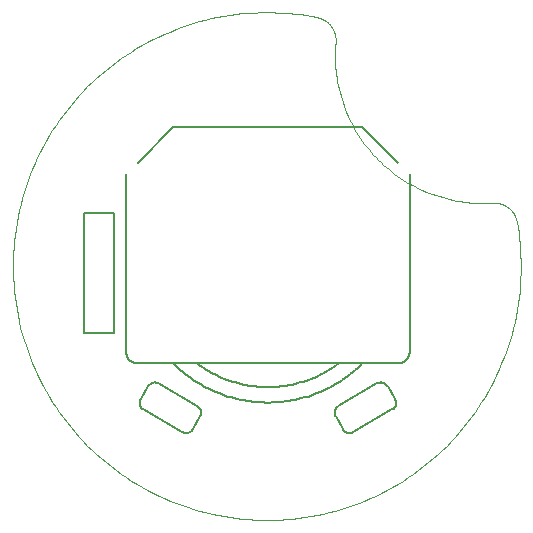
<source format=gbo>
G75*
%MOIN*%
%OFA0B0*%
%FSLAX25Y25*%
%IPPOS*%
%LPD*%
%AMOC8*
5,1,8,0,0,1.08239X$1,22.5*
%
%ADD10C,0.00098*%
%ADD11C,0.00787*%
D10*
X0003092Y0085317D02*
X0003020Y0087391D01*
X0002998Y0089466D01*
X0003027Y0091541D01*
X0003108Y0093614D01*
X0003238Y0095685D01*
X0003420Y0097752D01*
X0003652Y0099814D01*
X0003935Y0101870D01*
X0004268Y0103918D01*
X0004651Y0105958D01*
X0005084Y0107987D01*
X0005567Y0110005D01*
X0006099Y0112011D01*
X0006680Y0114003D01*
X0007310Y0115980D01*
X0007987Y0117942D01*
X0008713Y0119886D01*
X0009486Y0121811D01*
X0010307Y0123717D01*
X0011173Y0125603D01*
X0012086Y0127466D01*
X0013044Y0129307D01*
X0014047Y0131124D01*
X0015094Y0132915D01*
X0016184Y0134681D01*
X0017318Y0136419D01*
X0018494Y0138129D01*
X0019711Y0139809D01*
X0020969Y0141459D01*
X0022268Y0143078D01*
X0023605Y0144664D01*
X0024981Y0146217D01*
X0026395Y0147736D01*
X0027846Y0149220D01*
X0029332Y0150668D01*
X0030854Y0152079D01*
X0032409Y0153452D01*
X0033998Y0154787D01*
X0035619Y0156083D01*
X0037272Y0157338D01*
X0038954Y0158552D01*
X0040666Y0159725D01*
X0042406Y0160855D01*
X0044174Y0161943D01*
X0045967Y0162987D01*
X0047785Y0163986D01*
X0049628Y0164941D01*
X0051493Y0165850D01*
X0053380Y0166713D01*
X0055288Y0167530D01*
X0057215Y0168300D01*
X0059160Y0169022D01*
X0061123Y0169696D01*
X0063101Y0170322D01*
X0065094Y0170900D01*
X0067101Y0171428D01*
X0069120Y0171907D01*
X0071150Y0172337D01*
X0073190Y0172716D01*
X0075239Y0173045D01*
X0077295Y0173324D01*
X0079358Y0173553D01*
X0081425Y0173731D01*
X0083496Y0173858D01*
X0085570Y0173934D01*
X0087645Y0173960D01*
X0104371Y0172292D02*
X0104556Y0172252D01*
X0104740Y0172207D01*
X0104923Y0172158D01*
X0105105Y0172104D01*
X0105285Y0172046D01*
X0105464Y0171983D01*
X0105641Y0171917D01*
X0105817Y0171846D01*
X0105991Y0171771D01*
X0106162Y0171691D01*
X0106332Y0171608D01*
X0106500Y0171520D01*
X0106666Y0171428D01*
X0106829Y0171332D01*
X0106990Y0171233D01*
X0107149Y0171129D01*
X0107305Y0171022D01*
X0107458Y0170911D01*
X0107609Y0170796D01*
X0107757Y0170678D01*
X0107902Y0170556D01*
X0108044Y0170430D01*
X0108182Y0170302D01*
X0108318Y0170169D01*
X0108450Y0170034D01*
X0108579Y0169895D01*
X0108705Y0169754D01*
X0108827Y0169609D01*
X0108946Y0169461D01*
X0109061Y0169311D01*
X0109172Y0169158D01*
X0109280Y0169002D01*
X0109384Y0168844D01*
X0109484Y0168683D01*
X0109580Y0168520D01*
X0109672Y0168354D01*
X0109760Y0168186D01*
X0109843Y0168016D01*
X0109923Y0167845D01*
X0109999Y0167671D01*
X0110070Y0167496D01*
X0110137Y0167319D01*
X0110200Y0167140D01*
X0110258Y0166960D01*
X0110312Y0166778D01*
X0110361Y0166595D01*
X0110407Y0166411D01*
X0110447Y0166226D01*
X0110483Y0166041D01*
X0110515Y0165854D01*
X0110542Y0165666D01*
X0110564Y0165478D01*
X0110582Y0165290D01*
X0110596Y0165101D01*
X0110604Y0164912D01*
X0110609Y0164723D01*
X0110608Y0164533D01*
X0110603Y0164344D01*
X0110594Y0164155D01*
X0110579Y0163966D01*
X0110486Y0162774D01*
X0110422Y0161580D01*
X0110386Y0160385D01*
X0110380Y0159190D01*
X0110403Y0157995D01*
X0110455Y0156801D01*
X0110536Y0155608D01*
X0110646Y0154418D01*
X0110786Y0153231D01*
X0110953Y0152047D01*
X0111150Y0150868D01*
X0111376Y0149694D01*
X0111629Y0148526D01*
X0111912Y0147364D01*
X0112222Y0146210D01*
X0112561Y0145064D01*
X0112927Y0143926D01*
X0113321Y0142797D01*
X0113742Y0141678D01*
X0114190Y0140570D01*
X0114666Y0139473D01*
X0115167Y0138388D01*
X0115695Y0137316D01*
X0116249Y0136257D01*
X0116829Y0135211D01*
X0117434Y0134180D01*
X0118064Y0133164D01*
X0118718Y0132164D01*
X0119397Y0131180D01*
X0120099Y0130213D01*
X0120825Y0129263D01*
X0121573Y0128331D01*
X0122344Y0127417D01*
X0123137Y0126523D01*
X0123952Y0125648D01*
X0124788Y0124793D01*
X0124788Y0124794D02*
X0125643Y0123958D01*
X0126518Y0123143D01*
X0127413Y0122349D01*
X0128326Y0121578D01*
X0129259Y0120829D01*
X0130209Y0120103D01*
X0131177Y0119400D01*
X0132161Y0118721D01*
X0133162Y0118067D01*
X0134178Y0117437D01*
X0135210Y0116832D01*
X0136255Y0116252D01*
X0137315Y0115698D01*
X0138388Y0115169D01*
X0139473Y0114668D01*
X0140571Y0114192D01*
X0141679Y0113744D01*
X0142798Y0113322D01*
X0143928Y0112929D01*
X0145066Y0112562D01*
X0146213Y0112224D01*
X0147368Y0111913D01*
X0148530Y0111631D01*
X0149698Y0111378D01*
X0150873Y0111152D01*
X0152052Y0110956D01*
X0153236Y0110788D01*
X0154424Y0110649D01*
X0155615Y0110539D01*
X0156808Y0110458D01*
X0158003Y0110407D01*
X0159198Y0110384D01*
X0160394Y0110391D01*
X0161590Y0110426D01*
X0162784Y0110491D01*
X0162974Y0110501D01*
X0163164Y0110506D01*
X0163354Y0110507D01*
X0163544Y0110503D01*
X0163734Y0110495D01*
X0163924Y0110481D01*
X0164113Y0110464D01*
X0164302Y0110442D01*
X0164490Y0110415D01*
X0164677Y0110383D01*
X0164864Y0110348D01*
X0165050Y0110307D01*
X0165235Y0110262D01*
X0165418Y0110213D01*
X0165601Y0110159D01*
X0165781Y0110101D01*
X0165961Y0110038D01*
X0166139Y0109971D01*
X0166315Y0109900D01*
X0166490Y0109824D01*
X0166662Y0109744D01*
X0166833Y0109661D01*
X0167001Y0109573D01*
X0167168Y0109480D01*
X0167332Y0109384D01*
X0167493Y0109284D01*
X0167652Y0109180D01*
X0167809Y0109073D01*
X0167963Y0108961D01*
X0168114Y0108846D01*
X0168262Y0108727D01*
X0168408Y0108604D01*
X0168550Y0108478D01*
X0168690Y0108349D01*
X0168826Y0108216D01*
X0168958Y0108080D01*
X0169088Y0107941D01*
X0169214Y0107799D01*
X0169337Y0107653D01*
X0169456Y0107505D01*
X0169571Y0107354D01*
X0169683Y0107200D01*
X0169791Y0107044D01*
X0169895Y0106885D01*
X0169995Y0106723D01*
X0170091Y0106559D01*
X0170183Y0106393D01*
X0170272Y0106225D01*
X0170356Y0106054D01*
X0170436Y0105882D01*
X0170511Y0105707D01*
X0170583Y0105531D01*
X0170650Y0105353D01*
X0170713Y0105174D01*
X0170771Y0104993D01*
X0170825Y0104810D01*
X0170875Y0104627D01*
X0170920Y0104442D01*
X0170960Y0104256D01*
X0170996Y0104070D01*
X0083647Y0004762D02*
X0081570Y0004891D01*
X0079497Y0005072D01*
X0077428Y0005303D01*
X0075366Y0005585D01*
X0073312Y0005917D01*
X0071266Y0006300D01*
X0069230Y0006733D01*
X0067206Y0007215D01*
X0065194Y0007747D01*
X0063195Y0008328D01*
X0061212Y0008958D01*
X0059244Y0009636D01*
X0057294Y0010362D01*
X0055362Y0011136D01*
X0053449Y0011957D01*
X0051558Y0012825D01*
X0049688Y0013738D01*
X0047841Y0014698D01*
X0046018Y0015702D01*
X0044220Y0016750D01*
X0042449Y0017843D01*
X0040704Y0018978D01*
X0038989Y0020156D01*
X0037302Y0021376D01*
X0035646Y0022636D01*
X0034021Y0023937D01*
X0032429Y0025277D01*
X0030870Y0026656D01*
X0029345Y0028072D01*
X0027856Y0029526D01*
X0026402Y0031015D01*
X0024986Y0032540D01*
X0023607Y0034099D01*
X0022267Y0035691D01*
X0020966Y0037316D01*
X0019706Y0038972D01*
X0018486Y0040659D01*
X0017308Y0042374D01*
X0016173Y0044119D01*
X0015080Y0045890D01*
X0014032Y0047688D01*
X0013028Y0049511D01*
X0012068Y0051358D01*
X0011155Y0053228D01*
X0010287Y0055119D01*
X0009466Y0057032D01*
X0008692Y0058964D01*
X0007966Y0060914D01*
X0007288Y0062882D01*
X0006658Y0064865D01*
X0006077Y0066864D01*
X0005545Y0068876D01*
X0005063Y0070901D01*
X0004630Y0072936D01*
X0004247Y0074982D01*
X0003915Y0077036D01*
X0003633Y0079099D01*
X0003402Y0081167D01*
X0003221Y0083240D01*
X0003092Y0085317D01*
X0083648Y0004761D02*
X0085722Y0004689D01*
X0087797Y0004667D01*
X0089872Y0004696D01*
X0091945Y0004777D01*
X0094016Y0004908D01*
X0096083Y0005089D01*
X0098145Y0005322D01*
X0100201Y0005604D01*
X0102249Y0005937D01*
X0104289Y0006320D01*
X0106318Y0006754D01*
X0108336Y0007236D01*
X0110342Y0007768D01*
X0112334Y0008349D01*
X0114311Y0008979D01*
X0116273Y0009657D01*
X0118217Y0010383D01*
X0120142Y0011156D01*
X0122048Y0011976D01*
X0123934Y0012843D01*
X0125798Y0013755D01*
X0127638Y0014713D01*
X0129455Y0015716D01*
X0131246Y0016763D01*
X0133012Y0017854D01*
X0134750Y0018987D01*
X0136460Y0020163D01*
X0138140Y0021381D01*
X0139790Y0022639D01*
X0141409Y0023937D01*
X0142995Y0025275D01*
X0144549Y0026651D01*
X0146068Y0028065D01*
X0147551Y0029516D01*
X0148999Y0031002D01*
X0150410Y0032524D01*
X0151784Y0034079D01*
X0153118Y0035668D01*
X0154414Y0037289D01*
X0155669Y0038942D01*
X0156883Y0040624D01*
X0158056Y0042336D01*
X0159187Y0044076D01*
X0160274Y0045844D01*
X0161318Y0047637D01*
X0162317Y0049456D01*
X0163272Y0051298D01*
X0164181Y0053163D01*
X0165045Y0055050D01*
X0165861Y0056958D01*
X0166631Y0058885D01*
X0167353Y0060830D01*
X0168028Y0062793D01*
X0168654Y0064771D01*
X0169231Y0066765D01*
X0169759Y0068771D01*
X0170238Y0070790D01*
X0170668Y0072821D01*
X0171047Y0074861D01*
X0171376Y0076909D01*
X0171655Y0078966D01*
X0171884Y0081028D01*
X0172062Y0083096D01*
X0172189Y0085167D01*
X0172265Y0087241D01*
X0172291Y0089315D01*
X0172291Y0089316D02*
X0172271Y0091169D01*
X0172210Y0093022D01*
X0172109Y0094873D01*
X0171967Y0096721D01*
X0171785Y0098566D01*
X0171562Y0100406D01*
X0171300Y0102241D01*
X0170997Y0104070D01*
X0104372Y0172293D02*
X0102534Y0172642D01*
X0100689Y0172951D01*
X0098837Y0173219D01*
X0096980Y0173446D01*
X0095119Y0173631D01*
X0093254Y0173776D01*
X0091386Y0173879D01*
X0089516Y0173941D01*
X0087645Y0173961D01*
D11*
X0046505Y0041590D02*
X0059495Y0034090D01*
X0059581Y0034043D01*
X0059669Y0033999D01*
X0059758Y0033958D01*
X0059849Y0033921D01*
X0059941Y0033888D01*
X0060035Y0033858D01*
X0060130Y0033832D01*
X0060225Y0033810D01*
X0060322Y0033791D01*
X0060419Y0033776D01*
X0060516Y0033765D01*
X0060614Y0033758D01*
X0060712Y0033755D01*
X0060810Y0033756D01*
X0060909Y0033760D01*
X0061006Y0033769D01*
X0061104Y0033781D01*
X0061201Y0033797D01*
X0061297Y0033817D01*
X0061392Y0033840D01*
X0061486Y0033867D01*
X0061580Y0033898D01*
X0061671Y0033933D01*
X0061762Y0033971D01*
X0061851Y0034013D01*
X0061938Y0034058D01*
X0062023Y0034106D01*
X0062107Y0034158D01*
X0062188Y0034213D01*
X0062267Y0034272D01*
X0062344Y0034333D01*
X0062418Y0034397D01*
X0062489Y0034464D01*
X0062558Y0034534D01*
X0062625Y0034607D01*
X0062688Y0034682D01*
X0062748Y0034759D01*
X0062805Y0034839D01*
X0062859Y0034921D01*
X0062910Y0035005D01*
X0065410Y0039335D01*
X0065457Y0039421D01*
X0065501Y0039509D01*
X0065542Y0039598D01*
X0065579Y0039689D01*
X0065612Y0039781D01*
X0065642Y0039875D01*
X0065668Y0039970D01*
X0065690Y0040065D01*
X0065709Y0040162D01*
X0065724Y0040259D01*
X0065735Y0040356D01*
X0065742Y0040454D01*
X0065745Y0040552D01*
X0065744Y0040650D01*
X0065740Y0040749D01*
X0065731Y0040846D01*
X0065719Y0040944D01*
X0065703Y0041041D01*
X0065683Y0041137D01*
X0065660Y0041232D01*
X0065633Y0041326D01*
X0065602Y0041420D01*
X0065567Y0041511D01*
X0065529Y0041602D01*
X0065487Y0041691D01*
X0065442Y0041778D01*
X0065394Y0041863D01*
X0065342Y0041947D01*
X0065287Y0042028D01*
X0065228Y0042107D01*
X0065167Y0042184D01*
X0065103Y0042258D01*
X0065036Y0042329D01*
X0064966Y0042398D01*
X0064893Y0042465D01*
X0064818Y0042528D01*
X0064741Y0042588D01*
X0064661Y0042645D01*
X0064579Y0042699D01*
X0064495Y0042750D01*
X0051505Y0050250D01*
X0051419Y0050297D01*
X0051331Y0050341D01*
X0051242Y0050382D01*
X0051151Y0050419D01*
X0051059Y0050452D01*
X0050965Y0050482D01*
X0050870Y0050508D01*
X0050775Y0050530D01*
X0050678Y0050549D01*
X0050581Y0050564D01*
X0050484Y0050575D01*
X0050386Y0050582D01*
X0050288Y0050585D01*
X0050190Y0050584D01*
X0050091Y0050580D01*
X0049994Y0050571D01*
X0049896Y0050559D01*
X0049799Y0050543D01*
X0049703Y0050523D01*
X0049608Y0050500D01*
X0049514Y0050473D01*
X0049420Y0050442D01*
X0049329Y0050407D01*
X0049238Y0050369D01*
X0049149Y0050327D01*
X0049062Y0050282D01*
X0048977Y0050234D01*
X0048893Y0050182D01*
X0048812Y0050127D01*
X0048733Y0050068D01*
X0048656Y0050007D01*
X0048582Y0049943D01*
X0048511Y0049876D01*
X0048442Y0049806D01*
X0048375Y0049733D01*
X0048312Y0049658D01*
X0048252Y0049581D01*
X0048195Y0049501D01*
X0048141Y0049419D01*
X0048090Y0049335D01*
X0045590Y0045005D01*
X0045543Y0044919D01*
X0045499Y0044831D01*
X0045458Y0044742D01*
X0045421Y0044651D01*
X0045388Y0044559D01*
X0045358Y0044465D01*
X0045332Y0044370D01*
X0045310Y0044275D01*
X0045291Y0044178D01*
X0045276Y0044081D01*
X0045265Y0043984D01*
X0045258Y0043886D01*
X0045255Y0043788D01*
X0045256Y0043690D01*
X0045260Y0043591D01*
X0045269Y0043494D01*
X0045281Y0043396D01*
X0045297Y0043299D01*
X0045317Y0043203D01*
X0045340Y0043108D01*
X0045367Y0043014D01*
X0045398Y0042920D01*
X0045433Y0042829D01*
X0045471Y0042738D01*
X0045513Y0042649D01*
X0045558Y0042562D01*
X0045606Y0042477D01*
X0045658Y0042393D01*
X0045713Y0042312D01*
X0045772Y0042233D01*
X0045833Y0042156D01*
X0045897Y0042082D01*
X0045964Y0042011D01*
X0046034Y0041942D01*
X0046107Y0041875D01*
X0046182Y0041812D01*
X0046259Y0041752D01*
X0046339Y0041695D01*
X0046421Y0041641D01*
X0046505Y0041590D01*
X0044693Y0056904D02*
X0131307Y0056904D01*
X0131431Y0056906D01*
X0131554Y0056912D01*
X0131678Y0056921D01*
X0131800Y0056935D01*
X0131923Y0056952D01*
X0132045Y0056974D01*
X0132166Y0056999D01*
X0132286Y0057028D01*
X0132405Y0057060D01*
X0132524Y0057097D01*
X0132641Y0057137D01*
X0132756Y0057180D01*
X0132871Y0057228D01*
X0132983Y0057279D01*
X0133094Y0057333D01*
X0133204Y0057391D01*
X0133311Y0057452D01*
X0133417Y0057517D01*
X0133520Y0057585D01*
X0133621Y0057656D01*
X0133720Y0057730D01*
X0133817Y0057807D01*
X0133911Y0057888D01*
X0134002Y0057971D01*
X0134091Y0058057D01*
X0134177Y0058146D01*
X0134260Y0058237D01*
X0134341Y0058331D01*
X0134418Y0058428D01*
X0134492Y0058527D01*
X0134563Y0058628D01*
X0134631Y0058731D01*
X0134696Y0058837D01*
X0134757Y0058944D01*
X0134815Y0059054D01*
X0134869Y0059165D01*
X0134920Y0059277D01*
X0134968Y0059392D01*
X0135011Y0059507D01*
X0135051Y0059624D01*
X0135088Y0059743D01*
X0135120Y0059862D01*
X0135149Y0059982D01*
X0135174Y0060103D01*
X0135196Y0060225D01*
X0135213Y0060348D01*
X0135227Y0060470D01*
X0135236Y0060594D01*
X0135242Y0060717D01*
X0135244Y0060841D01*
X0135244Y0119896D01*
X0131307Y0123833D02*
X0119496Y0135644D01*
X0056504Y0135644D01*
X0044693Y0123833D01*
X0040756Y0119896D02*
X0040756Y0060841D01*
X0040758Y0060717D01*
X0040764Y0060594D01*
X0040773Y0060470D01*
X0040787Y0060348D01*
X0040804Y0060225D01*
X0040826Y0060103D01*
X0040851Y0059982D01*
X0040880Y0059862D01*
X0040912Y0059743D01*
X0040949Y0059624D01*
X0040989Y0059507D01*
X0041032Y0059392D01*
X0041080Y0059277D01*
X0041131Y0059165D01*
X0041185Y0059054D01*
X0041243Y0058944D01*
X0041304Y0058837D01*
X0041369Y0058731D01*
X0041437Y0058628D01*
X0041508Y0058527D01*
X0041582Y0058428D01*
X0041659Y0058331D01*
X0041740Y0058237D01*
X0041823Y0058146D01*
X0041909Y0058057D01*
X0041998Y0057971D01*
X0042089Y0057888D01*
X0042183Y0057807D01*
X0042280Y0057730D01*
X0042379Y0057656D01*
X0042480Y0057585D01*
X0042583Y0057517D01*
X0042689Y0057452D01*
X0042796Y0057391D01*
X0042906Y0057333D01*
X0043017Y0057279D01*
X0043129Y0057228D01*
X0043244Y0057180D01*
X0043359Y0057137D01*
X0043476Y0057097D01*
X0043595Y0057060D01*
X0043714Y0057028D01*
X0043834Y0056999D01*
X0043955Y0056974D01*
X0044077Y0056952D01*
X0044200Y0056935D01*
X0044322Y0056921D01*
X0044446Y0056912D01*
X0044569Y0056906D01*
X0044693Y0056904D01*
X0036730Y0067170D02*
X0026730Y0067170D01*
X0026730Y0107170D01*
X0036730Y0107170D01*
X0036730Y0067170D01*
X0056504Y0056904D02*
X0057274Y0056152D01*
X0058063Y0055419D01*
X0058868Y0054705D01*
X0059691Y0054011D01*
X0060530Y0053337D01*
X0061385Y0052684D01*
X0062256Y0052051D01*
X0063142Y0051440D01*
X0064042Y0050850D01*
X0064957Y0050282D01*
X0065885Y0049736D01*
X0066825Y0049213D01*
X0067778Y0048713D01*
X0068743Y0048236D01*
X0069719Y0047782D01*
X0070706Y0047352D01*
X0071703Y0046946D01*
X0072710Y0046565D01*
X0073725Y0046207D01*
X0074749Y0045875D01*
X0075780Y0045567D01*
X0076819Y0045284D01*
X0077864Y0045027D01*
X0078915Y0044794D01*
X0079971Y0044588D01*
X0081032Y0044406D01*
X0082097Y0044251D01*
X0083166Y0044121D01*
X0084237Y0044017D01*
X0085311Y0043939D01*
X0086386Y0043887D01*
X0087462Y0043861D01*
X0088538Y0043861D01*
X0089614Y0043887D01*
X0090689Y0043939D01*
X0091763Y0044017D01*
X0092834Y0044121D01*
X0093903Y0044251D01*
X0094968Y0044406D01*
X0096029Y0044588D01*
X0097085Y0044794D01*
X0098136Y0045027D01*
X0099181Y0045284D01*
X0100220Y0045567D01*
X0101251Y0045875D01*
X0102275Y0046207D01*
X0103290Y0046565D01*
X0104297Y0046946D01*
X0105294Y0047352D01*
X0106281Y0047782D01*
X0107257Y0048236D01*
X0108222Y0048713D01*
X0109175Y0049213D01*
X0110115Y0049736D01*
X0111043Y0050282D01*
X0111958Y0050850D01*
X0112858Y0051440D01*
X0113744Y0052051D01*
X0114615Y0052684D01*
X0115470Y0053337D01*
X0116309Y0054011D01*
X0117132Y0054705D01*
X0117937Y0055419D01*
X0118726Y0056152D01*
X0119496Y0056904D01*
X0124495Y0050250D02*
X0111505Y0042750D01*
X0111421Y0042699D01*
X0111339Y0042645D01*
X0111259Y0042588D01*
X0111182Y0042528D01*
X0111107Y0042465D01*
X0111034Y0042398D01*
X0110964Y0042329D01*
X0110897Y0042258D01*
X0110833Y0042184D01*
X0110772Y0042107D01*
X0110713Y0042028D01*
X0110658Y0041947D01*
X0110606Y0041863D01*
X0110558Y0041778D01*
X0110513Y0041691D01*
X0110471Y0041602D01*
X0110433Y0041511D01*
X0110398Y0041420D01*
X0110367Y0041326D01*
X0110340Y0041232D01*
X0110317Y0041137D01*
X0110297Y0041041D01*
X0110281Y0040944D01*
X0110269Y0040846D01*
X0110260Y0040749D01*
X0110256Y0040650D01*
X0110255Y0040552D01*
X0110258Y0040454D01*
X0110265Y0040356D01*
X0110276Y0040259D01*
X0110291Y0040162D01*
X0110310Y0040065D01*
X0110332Y0039970D01*
X0110358Y0039875D01*
X0110388Y0039781D01*
X0110421Y0039689D01*
X0110458Y0039598D01*
X0110499Y0039509D01*
X0110543Y0039421D01*
X0110590Y0039335D01*
X0113090Y0035005D01*
X0113141Y0034921D01*
X0113195Y0034839D01*
X0113252Y0034759D01*
X0113312Y0034682D01*
X0113375Y0034607D01*
X0113442Y0034534D01*
X0113511Y0034464D01*
X0113582Y0034397D01*
X0113656Y0034333D01*
X0113733Y0034272D01*
X0113812Y0034213D01*
X0113893Y0034158D01*
X0113977Y0034106D01*
X0114062Y0034058D01*
X0114149Y0034013D01*
X0114238Y0033971D01*
X0114329Y0033933D01*
X0114420Y0033898D01*
X0114514Y0033867D01*
X0114608Y0033840D01*
X0114703Y0033817D01*
X0114799Y0033797D01*
X0114896Y0033781D01*
X0114994Y0033769D01*
X0115091Y0033760D01*
X0115190Y0033756D01*
X0115288Y0033755D01*
X0115386Y0033758D01*
X0115484Y0033765D01*
X0115581Y0033776D01*
X0115678Y0033791D01*
X0115775Y0033810D01*
X0115870Y0033832D01*
X0115965Y0033858D01*
X0116059Y0033888D01*
X0116151Y0033921D01*
X0116242Y0033958D01*
X0116331Y0033999D01*
X0116419Y0034043D01*
X0116505Y0034090D01*
X0129495Y0041590D01*
X0129579Y0041641D01*
X0129661Y0041695D01*
X0129741Y0041752D01*
X0129818Y0041812D01*
X0129893Y0041875D01*
X0129966Y0041942D01*
X0130036Y0042011D01*
X0130103Y0042082D01*
X0130167Y0042156D01*
X0130228Y0042233D01*
X0130287Y0042312D01*
X0130342Y0042393D01*
X0130394Y0042477D01*
X0130442Y0042562D01*
X0130487Y0042649D01*
X0130529Y0042738D01*
X0130567Y0042829D01*
X0130602Y0042920D01*
X0130633Y0043014D01*
X0130660Y0043108D01*
X0130683Y0043203D01*
X0130703Y0043299D01*
X0130719Y0043396D01*
X0130731Y0043494D01*
X0130740Y0043591D01*
X0130744Y0043690D01*
X0130745Y0043788D01*
X0130742Y0043886D01*
X0130735Y0043984D01*
X0130724Y0044081D01*
X0130709Y0044178D01*
X0130690Y0044275D01*
X0130668Y0044370D01*
X0130642Y0044465D01*
X0130612Y0044559D01*
X0130579Y0044651D01*
X0130542Y0044742D01*
X0130501Y0044831D01*
X0130457Y0044919D01*
X0130410Y0045005D01*
X0127910Y0049335D01*
X0127859Y0049419D01*
X0127805Y0049501D01*
X0127748Y0049581D01*
X0127688Y0049658D01*
X0127625Y0049733D01*
X0127558Y0049806D01*
X0127489Y0049876D01*
X0127418Y0049943D01*
X0127344Y0050007D01*
X0127267Y0050068D01*
X0127188Y0050127D01*
X0127107Y0050182D01*
X0127023Y0050234D01*
X0126938Y0050282D01*
X0126851Y0050327D01*
X0126762Y0050369D01*
X0126671Y0050407D01*
X0126580Y0050442D01*
X0126486Y0050473D01*
X0126392Y0050500D01*
X0126297Y0050523D01*
X0126201Y0050543D01*
X0126104Y0050559D01*
X0126006Y0050571D01*
X0125909Y0050580D01*
X0125810Y0050584D01*
X0125712Y0050585D01*
X0125614Y0050582D01*
X0125516Y0050575D01*
X0125419Y0050564D01*
X0125322Y0050549D01*
X0125225Y0050530D01*
X0125130Y0050508D01*
X0125035Y0050482D01*
X0124941Y0050452D01*
X0124849Y0050419D01*
X0124758Y0050382D01*
X0124669Y0050341D01*
X0124581Y0050297D01*
X0124495Y0050250D01*
X0111622Y0056904D02*
X0110850Y0056340D01*
X0110065Y0055794D01*
X0109267Y0055268D01*
X0108456Y0054762D01*
X0107633Y0054275D01*
X0106799Y0053808D01*
X0105954Y0053362D01*
X0105098Y0052936D01*
X0104231Y0052532D01*
X0103356Y0052148D01*
X0102471Y0051786D01*
X0101578Y0051445D01*
X0100676Y0051127D01*
X0099768Y0050830D01*
X0098852Y0050555D01*
X0097930Y0050303D01*
X0097002Y0050073D01*
X0096069Y0049866D01*
X0095131Y0049681D01*
X0094188Y0049519D01*
X0093243Y0049381D01*
X0092294Y0049265D01*
X0091342Y0049172D01*
X0090389Y0049103D01*
X0089434Y0049056D01*
X0088478Y0049033D01*
X0087522Y0049033D01*
X0086566Y0049056D01*
X0085611Y0049103D01*
X0084658Y0049172D01*
X0083706Y0049265D01*
X0082757Y0049381D01*
X0081812Y0049519D01*
X0080869Y0049681D01*
X0079931Y0049866D01*
X0078998Y0050073D01*
X0078070Y0050303D01*
X0077148Y0050555D01*
X0076232Y0050830D01*
X0075324Y0051127D01*
X0074422Y0051445D01*
X0073529Y0051786D01*
X0072644Y0052148D01*
X0071769Y0052532D01*
X0070902Y0052936D01*
X0070046Y0053362D01*
X0069201Y0053808D01*
X0068367Y0054275D01*
X0067544Y0054762D01*
X0066733Y0055268D01*
X0065935Y0055794D01*
X0065150Y0056340D01*
X0064378Y0056904D01*
M02*

</source>
